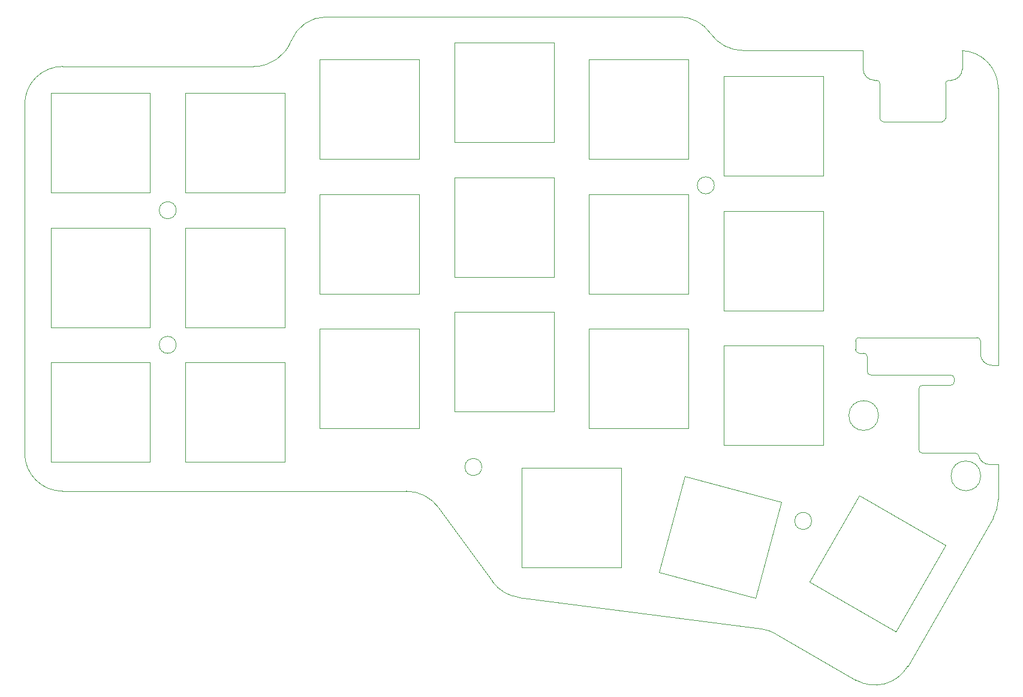
<source format=gbr>
%TF.GenerationSoftware,KiCad,Pcbnew,(6.0.0)*%
%TF.CreationDate,2023-03-10T14:28:10-08:00*%
%TF.ProjectId,uni_corne_plate_left,756e695f-636f-4726-9e65-5f706c617465,rev?*%
%TF.SameCoordinates,Original*%
%TF.FileFunction,Profile,NP*%
%FSLAX46Y46*%
G04 Gerber Fmt 4.6, Leading zero omitted, Abs format (unit mm)*
G04 Created by KiCad (PCBNEW (6.0.0)) date 2023-03-10 14:28:10*
%MOMM*%
%LPD*%
G01*
G04 APERTURE LIST*
%TA.AperFunction,Profile*%
%ADD10C,0.100000*%
%TD*%
G04 APERTURE END LIST*
D10*
X167966096Y-83269142D02*
G75*
G03*
X167466096Y-83769142I1J-500001D01*
G01*
X180665986Y-46963736D02*
G75*
G03*
X180165734Y-47463736I-251J-500001D01*
G01*
X147525192Y-61797064D02*
G75*
G03*
X147525192Y-61797064I-1200000J0D01*
G01*
X176911897Y-90021048D02*
X180911897Y-90021048D01*
X169116096Y-88069142D02*
X169116096Y-85969142D01*
X143882192Y-44036564D02*
X143882192Y-58086564D01*
X162882192Y-79461564D02*
X148832192Y-79461564D01*
X129832192Y-58086564D02*
X129832192Y-44036564D01*
X86882192Y-62836564D02*
X72832192Y-62836564D01*
X181411897Y-89521048D02*
X181411897Y-89069142D01*
X72832192Y-67786564D02*
X86882192Y-67786564D01*
X92763046Y-38019142D02*
G75*
G03*
X87779302Y-41423687I0J-5350000D01*
G01*
X91832192Y-82036564D02*
X105882192Y-82036564D01*
X148832192Y-79461564D02*
X148832192Y-65411564D01*
X143882192Y-58086564D02*
X129832192Y-58086564D01*
X153324617Y-120040397D02*
X139753359Y-116403989D01*
X146970003Y-40329369D02*
G75*
G03*
X142567472Y-38019142I-4402529J-3039770D01*
G01*
X156961025Y-106469139D02*
X153324617Y-120040397D01*
X179665734Y-52826274D02*
X171415734Y-52826274D01*
X110832192Y-55711564D02*
X110832192Y-41661564D01*
X167532441Y-131627011D02*
G75*
G03*
X174839685Y-129665077I2672655J4634588D01*
G01*
X180911897Y-90021048D02*
G75*
G03*
X181411897Y-89521048I-1J500001D01*
G01*
X167466096Y-84969142D02*
X167466096Y-83769142D01*
X170915734Y-52326274D02*
X170915734Y-47458572D01*
X156235638Y-125112421D02*
X167532441Y-131627011D01*
X53832192Y-62836564D02*
X53832192Y-48786564D01*
X91832192Y-63036564D02*
X105882192Y-63036564D01*
X185151192Y-102806564D02*
G75*
G03*
X185151192Y-102806564I-2100000J0D01*
G01*
X110832192Y-74711564D02*
X110832192Y-60661564D01*
X182540733Y-42776196D02*
X182540437Y-45364057D01*
X124882192Y-41661564D02*
X124882192Y-55711564D01*
X67882192Y-81836564D02*
X53832192Y-81836564D01*
X170915734Y-52326274D02*
G75*
G03*
X171415734Y-52826274I500001J1D01*
G01*
X134382192Y-115711564D02*
X120332192Y-115711564D01*
X143882192Y-82036564D02*
X143882192Y-96086564D01*
X161280192Y-109166564D02*
G75*
G03*
X161280192Y-109166564I-1200000J0D01*
G01*
X170915734Y-47458572D02*
G75*
G03*
X170415986Y-46958572I-499998J2D01*
G01*
X148832192Y-84411564D02*
X162882192Y-84411564D01*
X82516096Y-45019142D02*
X55516096Y-45019142D01*
X187616096Y-101197891D02*
X186401897Y-101197891D01*
X139753359Y-116403989D02*
X143389767Y-102832732D01*
X124882192Y-79661564D02*
X124882192Y-93711564D01*
X168540733Y-42769142D02*
X151619405Y-42769142D01*
X50166096Y-50369142D02*
X50166096Y-99619142D01*
X168035864Y-105590236D02*
X180203521Y-112615236D01*
X105882192Y-82036564D02*
X105882192Y-96086564D01*
X169116096Y-85969142D02*
G75*
G03*
X168616096Y-85469142I-500001J-1D01*
G01*
X67882192Y-48786564D02*
X67882192Y-62836564D01*
X110832192Y-93711564D02*
X110832192Y-79661564D01*
X110832192Y-60661564D02*
X124882192Y-60661564D01*
X67882192Y-100836564D02*
X53832192Y-100836564D01*
X180911897Y-88569142D02*
X169616096Y-88569142D01*
X86882192Y-67786564D02*
X86882192Y-81836564D01*
X148832192Y-98461564D02*
X148832192Y-84411564D01*
X91832192Y-58086564D02*
X91832192Y-44036564D01*
X187616096Y-48119142D02*
G75*
G03*
X182540733Y-42776196I-5350000J0D01*
G01*
X176411897Y-99101048D02*
X176411897Y-90521048D01*
X186716096Y-87201768D02*
X187616096Y-87201768D01*
X114714192Y-101552064D02*
G75*
G03*
X114714192Y-101552064I-1200000J0D01*
G01*
X168540733Y-45358433D02*
G75*
G03*
X170139926Y-46958433I1600000J0D01*
G01*
X67882192Y-67786564D02*
X67882192Y-81836564D01*
X129832192Y-96086564D02*
X129832192Y-82036564D01*
X143882192Y-77086564D02*
X129832192Y-77086564D01*
X105882192Y-44036564D02*
X105882192Y-58086564D01*
X148832192Y-60461564D02*
X148832192Y-46411564D01*
X179665734Y-52826274D02*
G75*
G03*
X180165734Y-52326274I-1J500001D01*
G01*
X71557192Y-65311564D02*
G75*
G03*
X71557192Y-65311564I-1200000J0D01*
G01*
X91832192Y-44036564D02*
X105882192Y-44036564D01*
X86882192Y-86786564D02*
X86882192Y-100836564D01*
X91832192Y-96086564D02*
X91832192Y-82036564D01*
X72832192Y-81836564D02*
X72832192Y-67786564D01*
X86882192Y-81836564D02*
X72832192Y-81836564D01*
X129832192Y-82036564D02*
X143882192Y-82036564D01*
X170415986Y-46958572D02*
X170139926Y-46958433D01*
X180203521Y-112615236D02*
X173178521Y-124782893D01*
X143882192Y-63036564D02*
X143882192Y-77086564D01*
X181411897Y-89069142D02*
G75*
G03*
X180911897Y-88569142I-500001J-1D01*
G01*
X142567472Y-38019142D02*
X92763046Y-38019142D01*
X129832192Y-77086564D02*
X129832192Y-63036564D01*
X55516096Y-45019142D02*
G75*
G03*
X50166096Y-50369142I-2J-5349998D01*
G01*
X169116096Y-88069142D02*
G75*
G03*
X169616096Y-88569142I500001J1D01*
G01*
X72832192Y-62836564D02*
X72832192Y-48786564D01*
X72832192Y-86786564D02*
X86882192Y-86786564D01*
X53832192Y-67786564D02*
X67882192Y-67786564D01*
X124882192Y-74711564D02*
X110832192Y-74711564D01*
X187616096Y-106077718D02*
X187616096Y-101197891D01*
X168540733Y-45358433D02*
X168540733Y-42769142D01*
X176911897Y-90021048D02*
G75*
G03*
X176411897Y-90521048I1J-500001D01*
G01*
X180939631Y-46963874D02*
G75*
G03*
X182540437Y-45364057I808J1599998D01*
G01*
X82516096Y-45019142D02*
G75*
G03*
X87779302Y-41423687I1J5649997D01*
G01*
X129832192Y-63036564D02*
X143882192Y-63036564D01*
X134382192Y-101661564D02*
X134382192Y-115711564D01*
X170719192Y-94285564D02*
G75*
G03*
X170719192Y-94285564I-2100000J0D01*
G01*
X53832192Y-48786564D02*
X67882192Y-48786564D01*
X120332192Y-101661564D02*
X134382192Y-101661564D01*
X185116096Y-83769142D02*
G75*
G03*
X184616096Y-83269142I-500001J-1D01*
G01*
X91832192Y-77086564D02*
X91832192Y-63036564D01*
X185116096Y-85601768D02*
G75*
G03*
X186716096Y-87201768I1599999J-1D01*
G01*
X184370913Y-99601048D02*
X176911897Y-99601048D01*
X67882192Y-62836564D02*
X53832192Y-62836564D01*
X53832192Y-100836564D02*
X53832192Y-86786564D01*
X146970003Y-40329369D02*
G75*
G03*
X151619405Y-42769142I4649403J3210228D01*
G01*
X53832192Y-86786564D02*
X67882192Y-86786564D01*
X105882192Y-77086564D02*
X91832192Y-77086564D01*
X124882192Y-60661564D02*
X124882192Y-74711564D01*
X116251121Y-117781623D02*
G75*
G03*
X119882875Y-119935772I4323684J3150923D01*
G01*
X162882192Y-98461564D02*
X148832192Y-98461564D01*
X105882192Y-96086564D02*
X91832192Y-96086564D01*
X53832192Y-81836564D02*
X53832192Y-67786564D01*
X187616096Y-87201768D02*
X187616096Y-48119142D01*
X55516096Y-104969142D02*
X104040255Y-104969142D01*
X162882192Y-84411564D02*
X162882192Y-98461564D01*
X180939631Y-46963874D02*
X180665986Y-46963736D01*
X120332192Y-115711564D02*
X120332192Y-101661564D01*
X86882192Y-48786564D02*
X86882192Y-62836564D01*
X185116096Y-83769142D02*
X185116096Y-85601768D01*
X161010864Y-117757893D02*
X168035864Y-105590236D01*
X143389767Y-102832732D02*
X156961025Y-106469139D01*
X180165734Y-47463736D02*
X180165734Y-52326274D01*
X67882192Y-86786564D02*
X67882192Y-100836564D01*
X186900685Y-108750373D02*
G75*
G03*
X187616096Y-106077718I-4634601J2672658D01*
G01*
X162882192Y-65411564D02*
X162882192Y-79461564D01*
X119882875Y-119935772D02*
X154143842Y-124404346D01*
X156235638Y-125112421D02*
G75*
G03*
X154143842Y-124404346I-2822520J-4894462D01*
G01*
X184856795Y-99983068D02*
G75*
G03*
X184370913Y-99601048I-485881J-117980D01*
G01*
X168616096Y-85469142D02*
X167966096Y-85469142D01*
X124882192Y-55711564D02*
X110832192Y-55711564D01*
X148832192Y-65411564D02*
X162882192Y-65411564D01*
X176411897Y-99101048D02*
G75*
G03*
X176911897Y-99601048I500001J1D01*
G01*
X72832192Y-48786564D02*
X86882192Y-48786564D01*
X174839685Y-129665077D02*
X186900685Y-108750373D01*
X71557192Y-84311564D02*
G75*
G03*
X71557192Y-84311564I-1200000J0D01*
G01*
X108606386Y-107291537D02*
X116251121Y-117781623D01*
X110832192Y-41661564D02*
X124882192Y-41661564D01*
X50166096Y-99619142D02*
G75*
G03*
X55516096Y-104969142I5349998J-2D01*
G01*
X162882192Y-46411564D02*
X162882192Y-60461564D01*
X184856795Y-99983068D02*
G75*
G03*
X186401897Y-101197891I1545103J375177D01*
G01*
X124882192Y-93711564D02*
X110832192Y-93711564D01*
X148832192Y-46411564D02*
X162882192Y-46411564D01*
X105882192Y-63036564D02*
X105882192Y-77086564D01*
X108606386Y-107291537D02*
G75*
G03*
X104040255Y-104969142I-4566134J-3327612D01*
G01*
X143882192Y-96086564D02*
X129832192Y-96086564D01*
X167966096Y-83269142D02*
X184616096Y-83269142D01*
X110832192Y-79661564D02*
X124882192Y-79661564D01*
X105882192Y-58086564D02*
X91832192Y-58086564D01*
X162882192Y-60461564D02*
X148832192Y-60461564D01*
X167466096Y-84969142D02*
G75*
G03*
X167966096Y-85469142I500001J1D01*
G01*
X173178521Y-124782893D02*
X161010864Y-117757893D01*
X86882192Y-100836564D02*
X72832192Y-100836564D01*
X72832192Y-100836564D02*
X72832192Y-86786564D01*
X129832192Y-44036564D02*
X143882192Y-44036564D01*
M02*

</source>
